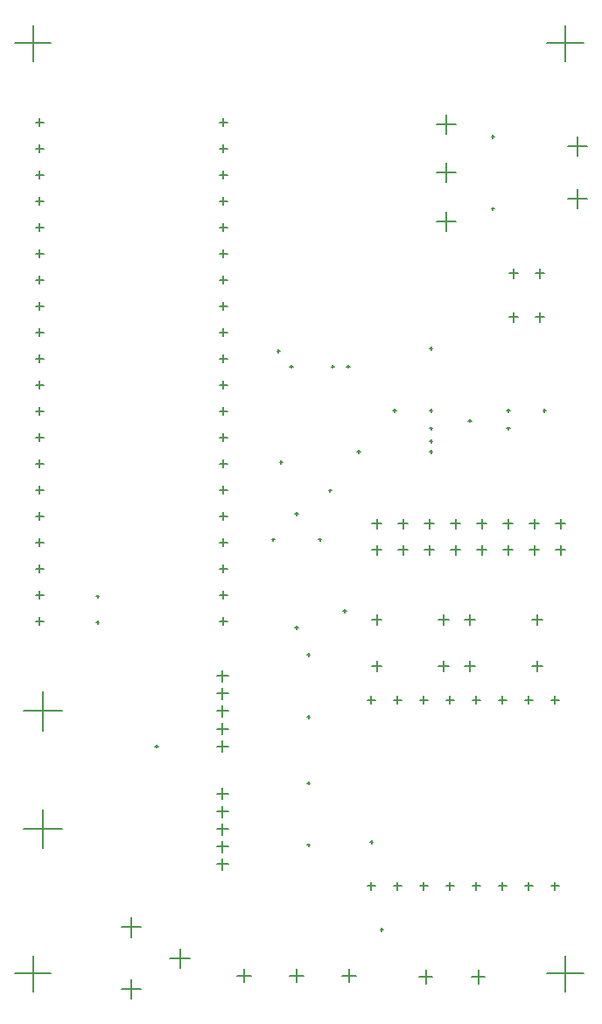
<source format=gbr>
%TF.GenerationSoftware,Altium Limited,Altium Designer,25.2.1 (25)*%
G04 Layer_Color=128*
%FSLAX43Y43*%
%MOMM*%
%TF.SameCoordinates,F457C3C9-6880-4064-B818-50B76E06CF19*%
%TF.FilePolarity,Positive*%
%TF.FileFunction,Drillmap*%
%TF.Part,Single*%
G01*
G75*
%TA.AperFunction,NonConductor*%
%ADD61C,0.127*%
D61*
X46930Y4200D02*
X48230D01*
X47580Y3550D02*
Y4850D01*
X41850Y4200D02*
X43150D01*
X42500Y3550D02*
Y4850D01*
X24270Y4300D02*
X25570D01*
X24920Y3650D02*
Y4950D01*
X29350Y4300D02*
X30650D01*
X30000Y3650D02*
Y4950D01*
X34430Y4300D02*
X35730D01*
X35080Y3650D02*
Y4950D01*
X3562Y18500D02*
X7312D01*
X5438Y16625D02*
Y20375D01*
X22263Y15100D02*
X23362D01*
X22812Y14550D02*
Y15650D01*
X22263Y16800D02*
X23362D01*
X22812Y16250D02*
Y17350D01*
X22263Y20200D02*
X23362D01*
X22812Y19650D02*
Y20750D01*
X22263Y21900D02*
X23362D01*
X22812Y21350D02*
Y22450D01*
X22263Y18500D02*
X23362D01*
X22812Y17950D02*
Y19050D01*
X3562Y29900D02*
X7312D01*
X5438Y28025D02*
Y31775D01*
X22263Y26500D02*
X23362D01*
X22812Y25950D02*
Y27050D01*
X22263Y28200D02*
X23362D01*
X22812Y27650D02*
Y28750D01*
X22263Y31600D02*
X23362D01*
X22812Y31050D02*
Y32150D01*
X22263Y33300D02*
X23362D01*
X22812Y32750D02*
Y33850D01*
X22263Y29900D02*
X23362D01*
X22812Y29350D02*
Y30450D01*
X52540Y45500D02*
X53440D01*
X52990Y45050D02*
Y45950D01*
X55080Y45500D02*
X55980D01*
X55530Y45050D02*
Y45950D01*
X47460Y45500D02*
X48360D01*
X47910Y45050D02*
Y45950D01*
X50000Y45500D02*
X50900D01*
X50450Y45050D02*
Y45950D01*
X42380Y45500D02*
X43280D01*
X42830Y45050D02*
Y45950D01*
X44920Y45500D02*
X45820D01*
X45370Y45050D02*
Y45950D01*
X37300Y45500D02*
X38200D01*
X37750Y45050D02*
Y45950D01*
X39840Y45500D02*
X40740D01*
X40290Y45050D02*
Y45950D01*
X47460Y48040D02*
X48360D01*
X47910Y47590D02*
Y48490D01*
X44920Y48040D02*
X45820D01*
X45370Y47590D02*
Y48490D01*
X42380Y48040D02*
X43280D01*
X42830Y47590D02*
Y48490D01*
X39840Y48040D02*
X40740D01*
X40290Y47590D02*
Y48490D01*
X37300Y48040D02*
X38200D01*
X37750Y47590D02*
Y48490D01*
X50000Y48040D02*
X50900D01*
X50450Y47590D02*
Y48490D01*
X55080Y48040D02*
X55980D01*
X55530Y47590D02*
Y48490D01*
X52540Y48040D02*
X53440D01*
X52990Y47590D02*
Y48490D01*
X13050Y3000D02*
X14950D01*
X14000Y2050D02*
Y3950D01*
X13050Y9000D02*
X14950D01*
X14000Y8050D02*
Y9950D01*
X17750Y6000D02*
X19650D01*
X18700Y5050D02*
Y6950D01*
X36839Y30980D02*
X37601D01*
X37220Y30599D02*
Y31361D01*
X39379Y30980D02*
X40141D01*
X39760Y30599D02*
Y31361D01*
X41919Y30980D02*
X42681D01*
X42300Y30599D02*
Y31361D01*
X44459Y30980D02*
X45221D01*
X44840Y30599D02*
Y31361D01*
X46999Y30980D02*
X47761D01*
X47380Y30599D02*
Y31361D01*
X49539Y30980D02*
X50301D01*
X49920Y30599D02*
Y31361D01*
X52079Y30980D02*
X52841D01*
X52460Y30599D02*
Y31361D01*
X54619Y30980D02*
X55381D01*
X55000Y30599D02*
Y31361D01*
X36839Y13000D02*
X37601D01*
X37220Y12619D02*
Y13381D01*
X39379Y13000D02*
X40141D01*
X39760Y12619D02*
Y13381D01*
X41919Y13000D02*
X42681D01*
X42300Y12619D02*
Y13381D01*
X44459Y13000D02*
X45221D01*
X44840Y12619D02*
Y13381D01*
X46999Y13000D02*
X47761D01*
X47380Y12619D02*
Y13381D01*
X49539Y13000D02*
X50301D01*
X49920Y12619D02*
Y13381D01*
X52079Y13000D02*
X52841D01*
X52460Y12619D02*
Y13381D01*
X54619Y13000D02*
X55381D01*
X55000Y12619D02*
Y13381D01*
X2750Y94500D02*
X6250D01*
X4500Y92750D02*
Y96250D01*
X22509Y38590D02*
X23271D01*
X22890Y38209D02*
Y38971D01*
X22509Y41130D02*
X23271D01*
X22890Y40749D02*
Y41511D01*
X22509Y43670D02*
X23271D01*
X22890Y43289D02*
Y44051D01*
X22509Y46210D02*
X23271D01*
X22890Y45829D02*
Y46591D01*
X22509Y48750D02*
X23271D01*
X22890Y48369D02*
Y49131D01*
X22509Y51290D02*
X23271D01*
X22890Y50909D02*
Y51671D01*
X22509Y53830D02*
X23271D01*
X22890Y53449D02*
Y54211D01*
X22509Y56370D02*
X23271D01*
X22890Y55989D02*
Y56751D01*
X22509Y58910D02*
X23271D01*
X22890Y58529D02*
Y59291D01*
X22509Y61450D02*
X23271D01*
X22890Y61069D02*
Y61831D01*
X22509Y63990D02*
X23271D01*
X22890Y63609D02*
Y64371D01*
X22509Y66530D02*
X23271D01*
X22890Y66149D02*
Y66911D01*
X22509Y69070D02*
X23271D01*
X22890Y68689D02*
Y69451D01*
X22509Y71610D02*
X23271D01*
X22890Y71229D02*
Y71991D01*
X22509Y74150D02*
X23271D01*
X22890Y73769D02*
Y74531D01*
X22509Y76690D02*
X23271D01*
X22890Y76309D02*
Y77071D01*
X22509Y79230D02*
X23271D01*
X22890Y78849D02*
Y79611D01*
X22509Y81770D02*
X23271D01*
X22890Y81389D02*
Y82151D01*
X22509Y84310D02*
X23271D01*
X22890Y83929D02*
Y84691D01*
X22509Y86850D02*
X23271D01*
X22890Y86469D02*
Y87231D01*
X4729Y86850D02*
X5491D01*
X5110Y86469D02*
Y87231D01*
X4729Y84310D02*
X5491D01*
X5110Y83929D02*
Y84691D01*
X4729Y81770D02*
X5491D01*
X5110Y81389D02*
Y82151D01*
X4729Y79230D02*
X5491D01*
X5110Y78849D02*
Y79611D01*
X4729Y76690D02*
X5491D01*
X5110Y76309D02*
Y77071D01*
X4729Y74150D02*
X5491D01*
X5110Y73769D02*
Y74531D01*
X4729Y71610D02*
X5491D01*
X5110Y71229D02*
Y71991D01*
X4729Y69070D02*
X5491D01*
X5110Y68689D02*
Y69451D01*
X4729Y66530D02*
X5491D01*
X5110Y66149D02*
Y66911D01*
X4729Y63990D02*
X5491D01*
X5110Y63609D02*
Y64371D01*
X4729Y61450D02*
X5491D01*
X5110Y61069D02*
Y61831D01*
X4729Y58910D02*
X5491D01*
X5110Y58529D02*
Y59291D01*
X4729Y56370D02*
X5491D01*
X5110Y55989D02*
Y56751D01*
X4729Y53830D02*
X5491D01*
X5110Y53449D02*
Y54211D01*
X4729Y51290D02*
X5491D01*
X5110Y50909D02*
Y51671D01*
X4729Y48750D02*
X5491D01*
X5110Y48369D02*
Y49131D01*
X4729Y46210D02*
X5491D01*
X5110Y45829D02*
Y46591D01*
X4729Y43670D02*
X5491D01*
X5110Y43289D02*
Y44051D01*
X4729Y41130D02*
X5491D01*
X5110Y40749D02*
Y41511D01*
X4729Y38590D02*
X5491D01*
X5110Y38209D02*
Y38971D01*
X50550Y68000D02*
X51450D01*
X51000Y67550D02*
Y68450D01*
X53090Y68000D02*
X53990D01*
X53540Y67550D02*
Y68450D01*
X52750Y34250D02*
X53750D01*
X53250Y33750D02*
Y34750D01*
X46250Y34250D02*
X47250D01*
X46750Y33750D02*
Y34750D01*
X52750Y38750D02*
X53750D01*
X53250Y38250D02*
Y39250D01*
X46250Y38750D02*
X47250D01*
X46750Y38250D02*
Y39250D01*
X56275Y79460D02*
X58125D01*
X57200Y78535D02*
Y80385D01*
X56275Y84540D02*
X58125D01*
X57200Y83615D02*
Y85465D01*
X43575Y77300D02*
X45425D01*
X44500Y76375D02*
Y78225D01*
X43575Y82000D02*
X45425D01*
X44500Y81075D02*
Y82925D01*
X43575Y86700D02*
X45425D01*
X44500Y85775D02*
Y87625D01*
X37250Y38750D02*
X38250D01*
X37750Y38250D02*
Y39250D01*
X43750Y38750D02*
X44750D01*
X44250Y38250D02*
Y39250D01*
X37250Y34250D02*
X38250D01*
X37750Y33750D02*
Y34750D01*
X43750Y34250D02*
X44750D01*
X44250Y33750D02*
Y34750D01*
X53090Y72250D02*
X53990D01*
X53540Y71800D02*
Y72700D01*
X50550Y72250D02*
X51450D01*
X51000Y71800D02*
Y72700D01*
X54250Y94500D02*
X57750D01*
X56000Y92750D02*
Y96250D01*
X2750Y4500D02*
X6250D01*
X4500Y2750D02*
Y6250D01*
X54250Y4500D02*
X57750D01*
X56000Y2750D02*
Y6250D01*
X48850Y85500D02*
X49150D01*
X49000Y85350D02*
Y85650D01*
X48850Y78500D02*
X49150D01*
X49000Y78350D02*
Y78650D01*
X42850Y65000D02*
X43150D01*
X43000Y64850D02*
Y65150D01*
X31000Y29350D02*
X31300D01*
X31150Y29200D02*
Y29500D01*
X31000Y35350D02*
X31300D01*
X31150Y35200D02*
Y35500D01*
X31000Y16950D02*
X31300D01*
X31150Y16800D02*
Y17100D01*
X31000Y22950D02*
X31300D01*
X31150Y22800D02*
Y23100D01*
X28100Y64750D02*
X28400D01*
X28250Y64600D02*
Y64900D01*
X34850Y63250D02*
X35150D01*
X35000Y63100D02*
Y63400D01*
X35850Y55000D02*
X36150D01*
X36000Y54850D02*
Y55150D01*
X29850Y49000D02*
X30150D01*
X30000Y48850D02*
Y49150D01*
X32100Y46500D02*
X32400D01*
X32250Y46350D02*
Y46650D01*
X27600Y46500D02*
X27900D01*
X27750Y46350D02*
Y46650D01*
X33100Y51250D02*
X33400D01*
X33250Y51100D02*
Y51400D01*
X33350Y63250D02*
X33650D01*
X33500Y63100D02*
Y63400D01*
X29350Y63250D02*
X29650D01*
X29500Y63100D02*
Y63400D01*
X28350Y54000D02*
X28650D01*
X28500Y53850D02*
Y54150D01*
X10600Y41000D02*
X10900D01*
X10750Y40850D02*
Y41150D01*
X10600Y38500D02*
X10900D01*
X10750Y38350D02*
Y38650D01*
X38100Y8750D02*
X38400D01*
X38250Y8600D02*
Y8900D01*
X37100Y17250D02*
X37400D01*
X37250Y17100D02*
Y17400D01*
X46600Y58000D02*
X46900D01*
X46750Y57850D02*
Y58150D01*
X53850Y59000D02*
X54150D01*
X54000Y58850D02*
Y59150D01*
X39350Y59000D02*
X39650D01*
X39500Y58850D02*
Y59150D01*
X42850Y55000D02*
X43150D01*
X43000Y54850D02*
Y55150D01*
X42850Y56000D02*
X43150D01*
X43000Y55850D02*
Y56150D01*
X50350Y59000D02*
X50650D01*
X50500Y58850D02*
Y59150D01*
X42850Y59000D02*
X43150D01*
X43000Y58850D02*
Y59150D01*
X42850Y57250D02*
X43150D01*
X43000Y57100D02*
Y57400D01*
X50350Y57250D02*
X50650D01*
X50500Y57100D02*
Y57400D01*
X16288Y26500D02*
X16587D01*
X16438Y26350D02*
Y26650D01*
X29850Y38000D02*
X30150D01*
X30000Y37850D02*
Y38150D01*
X34500Y39600D02*
X34800D01*
X34650Y39450D02*
Y39750D01*
%TF.MD5,b7b7a1adde85c525846c9a0d8722ced9*%
M02*

</source>
